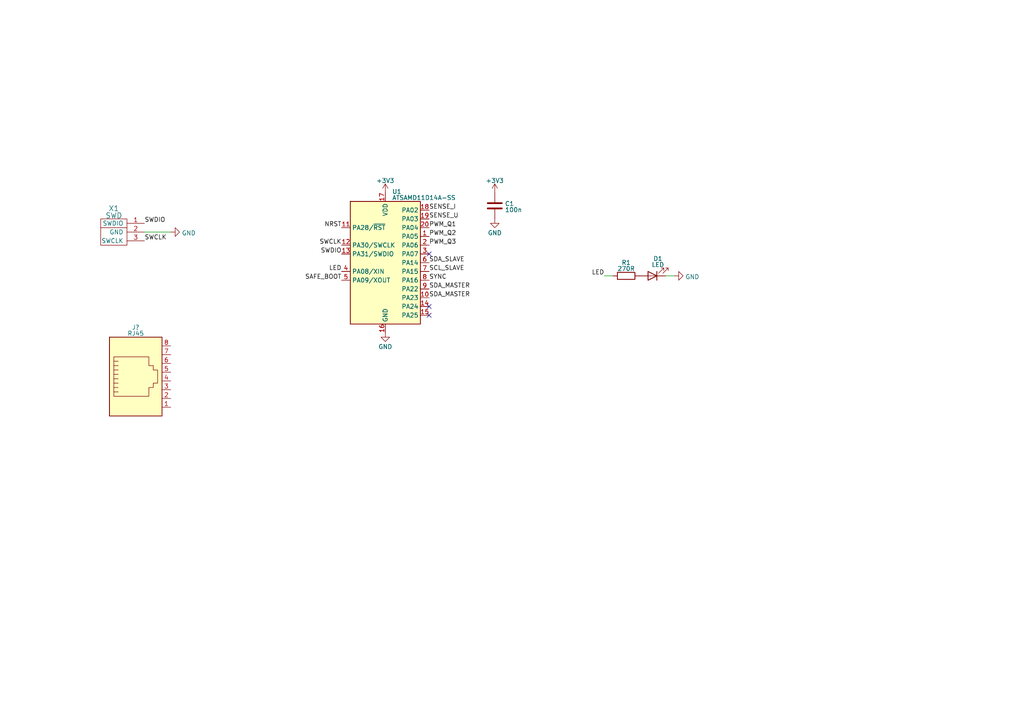
<source format=kicad_sch>
(kicad_sch (version 20220126) (generator eeschema)
  (paper "A4")
  (lib_symbols
    (symbol "Connector:RJ45" (pin_names (offset 1.016))
      (property "Reference" "J" (at -5.08 13.97 0))
      (property "Value" "RJ45" (at 2.54 13.97 0))
      (symbol "RJ45_0_1"
        (polyline (pts (xy -5.08 4.445) (xy -6.35 4.445)))
        (polyline (pts (xy -5.08 5.715) (xy -6.35 5.715)))
        (polyline (pts (xy -6.35 -3.175) (xy -5.08 -3.175) (xy -5.08 -3.175)))
        (polyline (pts (xy -6.35 -1.905) (xy -5.08 -1.905) (xy -5.08 -1.905)))
        (polyline (pts (xy -6.35 -0.635) (xy -5.08 -0.635) (xy -5.08 -0.635)))
        (polyline (pts (xy -6.35 0.635) (xy -5.08 0.635) (xy -5.08 0.635)))
        (polyline (pts (xy -6.35 1.905) (xy -5.08 1.905) (xy -5.08 1.905)))
        (polyline (pts (xy -5.08 3.175) (xy -6.35 3.175) (xy -6.35 3.175)))
        (polyline (pts (xy -6.35 -4.445) (xy -6.35 6.985) (xy 3.81 6.985) (xy 3.81 4.445) (xy 5.08 4.445) (xy 5.08 3.175) (xy 6.35 3.175) (xy 6.35 -0.635) (xy 5.08 -0.635) (xy 5.08 -1.905) (xy 3.81 -1.905) (xy 3.81 -4.445) (xy -6.35 -4.445) (xy -6.35 -4.445)))
        (rectangle (start 7.62 12.7) (end -7.62 -10.16) (stroke (width 0.254)) (fill (type background)))
      )
      (symbol "RJ45_1_1"
        (pin passive line (at 10.16 -7.62 180) (length 2.54) (name "~") (number "1"))
        (pin passive line (at 10.16 -5.08 180) (length 2.54) (name "~") (number "2"))
        (pin passive line (at 10.16 -2.54 180) (length 2.54) (name "~") (number "3"))
        (pin passive line (at 10.16 0 180) (length 2.54) (name "~") (number "4"))
        (pin passive line (at 10.16 2.54 180) (length 2.54) (name "~") (number "5"))
        (pin passive line (at 10.16 5.08 180) (length 2.54) (name "~") (number "6"))
        (pin passive line (at 10.16 7.62 180) (length 2.54) (name "~") (number "7"))
        (pin passive line (at 10.16 10.16 180) (length 2.54) (name "~") (number "8"))
      )
    )
    (symbol "Device:C" (pin_numbers hide) (pin_names (offset 0.254))
      (property "Reference" "C" (at 0.635 2.54 0))
      (property "Value" "C" (at 0.635 -2.54 0))
      (symbol "C_0_1"
        (polyline (pts (xy -2.032 -0.762) (xy 2.032 -0.762)) (stroke (width 0.508)))
        (polyline (pts (xy -2.032 0.762) (xy 2.032 0.762)) (stroke (width 0.508)))
      )
      (symbol "C_1_1"
        (pin passive line (at 0 3.81 270) (length 2.794) (name "~") (number "1"))
        (pin passive line (at 0 -3.81 90) (length 2.794) (name "~") (number "2"))
      )
    )
    (symbol "Device:LED" (pin_numbers hide) (pin_names (offset 1.016) hide)
      (property "Reference" "D" (at 0 2.54 0))
      (property "Value" "LED" (at 0 -2.54 0))
      (symbol "LED_0_1"
        (polyline (pts (xy -1.27 -1.27) (xy -1.27 1.27)) (stroke (width 0.254)))
        (polyline (pts (xy -1.27 0) (xy 1.27 0)))
        (polyline (pts (xy 1.27 -1.27) (xy 1.27 1.27) (xy -1.27 0) (xy 1.27 -1.27)) (stroke (width 0.254)))
        (polyline (pts (xy -3.048 -0.762) (xy -4.572 -2.286) (xy -3.81 -2.286) (xy -4.572 -2.286) (xy -4.572 -1.524)))
        (polyline (pts (xy -1.778 -0.762) (xy -3.302 -2.286) (xy -2.54 -2.286) (xy -3.302 -2.286) (xy -3.302 -1.524)))
      )
      (symbol "LED_1_1"
        (pin passive line (at -3.81 0 0) (length 2.54) (name "K") (number "1"))
        (pin passive line (at 3.81 0 180) (length 2.54) (name "A") (number "2"))
      )
    )
    (symbol "Device:R" (pin_numbers hide) (pin_names (offset 0))
      (property "Reference" "R" (at 2.032 0 90))
      (property "Value" "R" (at 0 0 90))
      (symbol "R_0_1"
        (rectangle (start -1.016 -2.54) (end 1.016 2.54) (stroke (width 0.254)))
      )
      (symbol "R_1_1"
        (pin passive line (at 0 3.81 270) (length 1.27) (name "~") (number "1"))
        (pin passive line (at 0 -3.81 90) (length 1.27) (name "~") (number "2"))
      )
    )
    (symbol "Drake:SWD" (pin_names (offset 1.016))
      (property "Reference" "X" (at 0 6.35 0))
      (property "Value" "SWD" (at 0 -6.35 0))
      (symbol "SWD_0_1"
        (polyline (pts (xy 3.81 1.27) (xy -3.81 1.27)))
        (rectangle (start 3.81 3.81) (end -3.81 -3.81))
      )
      (symbol "SWD_1_1"
        (pin bidirectional line (at 8.89 2.54 180) (length 5.08) (name "SWDIO") (number "1"))
        (pin power_in line (at 8.89 0 180) (length 5.08) (name "GND") (number "2"))
        (pin bidirectional line (at 8.89 -2.54 180) (length 5.08) (name "SWCLK") (number "3"))
      )
    )
    (symbol "MCU_Microchip_SAMD:ATSAMD11D14A-SS"
      (property "Reference" "U" (at -10.16 19.05 0))
      (property "Value" "ATSAMD11D14A-SS" (at 1.27 19.05 0))
      (symbol "ATSAMD11D14A-SS_0_1"
        (rectangle (start -10.16 17.78) (end 10.16 -17.78) (stroke (width 0.254)) (fill (type background)))
      )
      (symbol "ATSAMD11D14A-SS_1_1"
        (pin bidirectional line (at 12.7 7.62 180) (length 2.54) (name "PA05") (number "1"))
        (pin bidirectional line (at 12.7 -10.16 180) (length 2.54) (name "PA23") (number "10"))
        (pin bidirectional line (at -12.7 10.16 0) (length 2.54) (name "PA28/~{RST}") (number "11"))
        (pin bidirectional line (at -12.7 5.08 0) (length 2.54) (name "PA30/SWCLK") (number "12"))
        (pin bidirectional line (at -12.7 2.54 0) (length 2.54) (name "PA31/SWDIO") (number "13"))
        (pin bidirectional line (at 12.7 -12.7 180) (length 2.54) (name "PA24") (number "14"))
        (pin bidirectional line (at 12.7 -15.24 180) (length 2.54) (name "PA25") (number "15"))
        (pin power_in line (at 0 -20.32 90) (length 2.54) (name "GND") (number "16"))
        (pin power_in line (at 0 20.32 270) (length 2.54) (name "VDD") (number "17"))
        (pin bidirectional line (at 12.7 15.24 180) (length 2.54) (name "PA02") (number "18"))
        (pin bidirectional line (at 12.7 12.7 180) (length 2.54) (name "PA03") (number "19"))
        (pin bidirectional line (at 12.7 5.08 180) (length 2.54) (name "PA06") (number "2"))
        (pin bidirectional line (at 12.7 10.16 180) (length 2.54) (name "PA04") (number "20"))
        (pin bidirectional line (at 12.7 2.54 180) (length 2.54) (name "PA07") (number "3"))
        (pin bidirectional line (at -12.7 -2.54 0) (length 2.54) (name "PA08/XIN") (number "4"))
        (pin bidirectional line (at -12.7 -5.08 0) (length 2.54) (name "PA09/XOUT") (number "5"))
        (pin bidirectional line (at 12.7 0 180) (length 2.54) (name "PA14") (number "6"))
        (pin bidirectional line (at 12.7 -2.54 180) (length 2.54) (name "PA15") (number "7"))
        (pin bidirectional line (at 12.7 -5.08 180) (length 2.54) (name "PA16") (number "8"))
        (pin bidirectional line (at 12.7 -7.62 180) (length 2.54) (name "PA22") (number "9"))
      )
    )
    (symbol "power:+3V3" (power) (pin_names (offset 0))
      (property "Value" "+3V3" (at 0 3.556 0))
      (symbol "+3V3_0_1"
        (polyline (pts (xy -0.762 1.27) (xy 0 2.54)))
        (polyline (pts (xy 0 0) (xy 0 2.54)))
        (polyline (pts (xy 0 2.54) (xy 0.762 1.27)))
      )
      (symbol "+3V3_1_1"
        (pin power_in line (at 0 0 90) (length 0) hide (name "+3V3") (number "1"))
      )
    )
    (symbol "power:GND" (power) (pin_names (offset 0))
      (property "Value" "GND" (at 0 -3.81 0))
      (symbol "GND_0_1"
        (polyline (pts (xy 0 0) (xy 0 -1.27) (xy 1.27 -1.27) (xy 0 -2.54) (xy -1.27 -1.27) (xy 0 -1.27)))
      )
      (symbol "GND_1_1"
        (pin power_in line (at 0 0 270) (length 0) hide (name "GND") (number "1"))
      )
    )
  )
  (no_connect (at 124.46 73.66))
  (no_connect (at 124.46 88.9))
  (no_connect (at 124.46 91.44))
  (wire (pts (xy 175.26 80.01) (xy 177.8 80.01)))
  (wire (pts (xy 41.91 67.31) (xy 49.53 67.31)))
  (wire (pts (xy 193.04 80.01) (xy 195.58 80.01)))
  (label "SDA_SLAVE" (at 124.46 76.2 0))
  (label "SENSE_I" (at 124.46 60.96 0))
  (label "LED" (at 99.06 78.74 0))
  (label "PWM_Q2" (at 124.46 68.58 0))
  (label "SCL_SLAVE" (at 124.46 78.74 0))
  (label "PWM_Q1" (at 124.46 66.04 0))
  (label "LED" (at 175.26 80.01 0))
  (label "PWM_Q3" (at 124.46 71.12 0))
  (label "SDA_MASTER" (at 124.46 83.82 0))
  (label "SWCLK" (at 41.91 69.85 0))
  (label "SWDIO" (at 99.06 73.66 0))
  (label "SWDIO" (at 41.91 64.77 0))
  (label "SYNC" (at 124.46 81.28 0))
  (label "SENSE_U" (at 124.46 63.5 0))
  (label "SWCLK" (at 99.06 71.12 0))
  (label "SAFE_BOOT" (at 99.06 81.28 0))
  (label "NRST" (at 99.06 66.04 0))
  (label "SDA_MASTER" (at 124.46 86.36 0))
  (symbol (lib_id "power:+3V3") (at 143.51 55.88 0) (unit 1)
    (property "Reference" "#PWR04" (effects hide))
    (property "Value" "+3V3" (at 143.51 52.3971 0))
  )
  (symbol (lib_id "MCU_Microchip_SAMD:ATSAMD11D14A-SS") (at 111.76 76.2 0) (unit 1)
    (property "Reference" "U1" (at 113.7159 55.5879 0) (effects (justify left)))
    (property "Value" "ATSAMD11D14A-SS" (at 113.7159 57.3501 0) (effects (justify left)))
    (property "Footprint" "Package_SO:SOIC-20W_7.5x12.8mm_P1.27mm" (effects hide))
    (property "Datasheet" "http://ww1.microchip.com/downloads/en/DeviceDoc/Atmel-42363-SAM-D11_Datasheet.pdf" (effects hide))
  )
  (symbol (lib_id "Device:LED") (at 189.23 80.01 180) (unit 1)
    (property "Reference" "D1" (at 190.8175 75.0189 0))
    (property "Value" "LED" (at 190.8175 76.7811 0))
    (property "Footprint" "LED_SMD:LED_0805_2012Metric_Pad1.15x1.40mm_HandSolder" (effects hide))
  )
  (symbol (lib_id "Device:C") (at 143.51 59.69 0) (unit 1)
    (property "Reference" "C1" (at 146.431 59.0955 0) (effects (justify left)))
    (property "Value" "100n" (at 146.431 60.8577 0) (effects (justify left)))
    (property "Footprint" "Capacitor_SMD:C_0805_2012Metric_Pad1.18x1.45mm_HandSolder" (effects hide))
  )
  (symbol (lib_id "power:GND") (at 143.51 63.5 0) (unit 1)
    (property "Reference" "#PWR05" (effects hide))
    (property "Value" "GND" (at 143.51 67.5561 0))
  )
  (symbol (lib_id "Device:R") (at 181.61 80.01 90) (unit 1)
    (property "Reference" "R1" (at 181.61 76.1619 90))
    (property "Value" "270R" (at 181.61 77.9241 90))
    (property "Footprint" "Resistor_SMD:R_0805_2012Metric_Pad1.20x1.40mm_HandSolder" (effects hide))
  )
  (symbol (lib_id "Connector:RJ45") (at 39.37 110.49 0) (unit 1)
    (property "Reference" "J?" (at 39.37 94.9579 0))
    (property "Value" "RJ45" (at 39.37 96.7201 0))
  )
  (symbol (lib_id "power:+3V3") (at 111.76 55.88 0) (unit 1)
    (property "Reference" "#PWR02" (effects hide))
    (property "Value" "+3V3" (at 111.76 52.3971 0))
  )
  (symbol (lib_id "Drake:SWD") (at 33.02 67.31 0) (unit 1)
    (property "Reference" "X1" (at 33.02 60.4571 0) (effects (font (size 1.524 1.524))))
    (property "Value" "SWD" (at 33.02 62.5209 0) (effects (font (size 1.524 1.524))))
    (property "Footprint" "drake:SWD" (effects hide))
  )
  (symbol (lib_id "power:GND") (at 195.58 80.01 90) (unit 1)
    (property "Reference" "#PWR06" (effects hide))
    (property "Value" "GND" (at 198.755 80.2966 90) (effects (justify right)))
  )
  (symbol (lib_id "power:GND") (at 111.76 96.52 0) (unit 1)
    (property "Reference" "#PWR03" (effects hide))
    (property "Value" "GND" (at 111.76 100.5761 0))
  )
  (symbol (lib_id "power:GND") (at 49.53 67.31 90) (unit 1)
    (property "Reference" "#PWR01" (effects hide))
    (property "Value" "GND" (at 52.705 67.5966 90) (effects (justify right)))
  )
)
</source>
